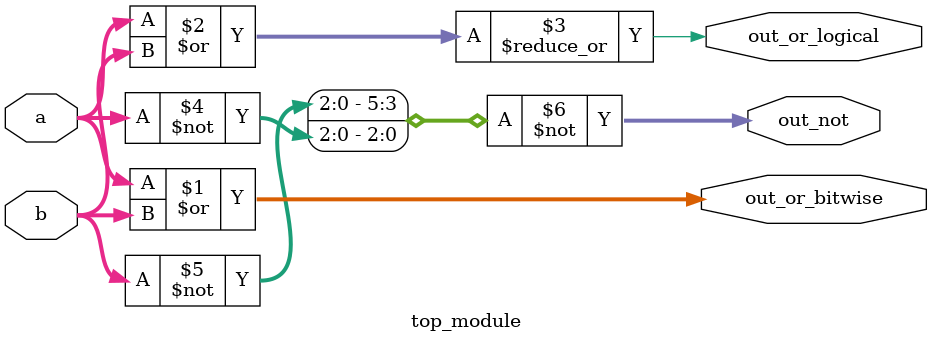
<source format=sv>
module top_module(
  input [2:0] a,
  input [2:0] b,
  output [2:0] out_or_bitwise,
  output out_or_logical,
  output [5:0] out_not
);

  assign out_or_bitwise = a | b;
  assign out_or_logical = |(a | b);
  assign out_not = ~{~b, ~a};

endmodule

</source>
